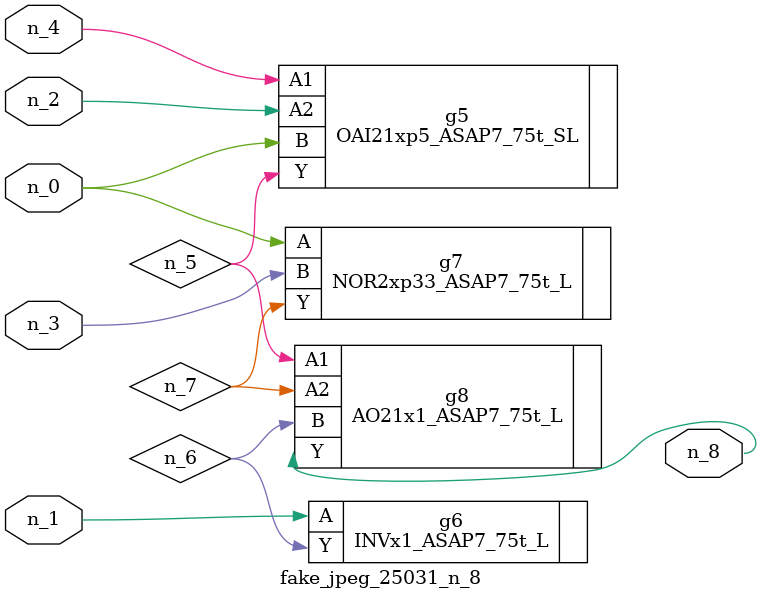
<source format=v>
module fake_jpeg_25031_n_8 (n_3, n_2, n_1, n_0, n_4, n_8);

input n_3;
input n_2;
input n_1;
input n_0;
input n_4;

output n_8;

wire n_6;
wire n_5;
wire n_7;

OAI21xp5_ASAP7_75t_SL g5 ( 
.A1(n_4),
.A2(n_2),
.B(n_0),
.Y(n_5)
);

INVx1_ASAP7_75t_L g6 ( 
.A(n_1),
.Y(n_6)
);

NOR2xp33_ASAP7_75t_L g7 ( 
.A(n_0),
.B(n_3),
.Y(n_7)
);

AO21x1_ASAP7_75t_L g8 ( 
.A1(n_5),
.A2(n_7),
.B(n_6),
.Y(n_8)
);


endmodule
</source>
